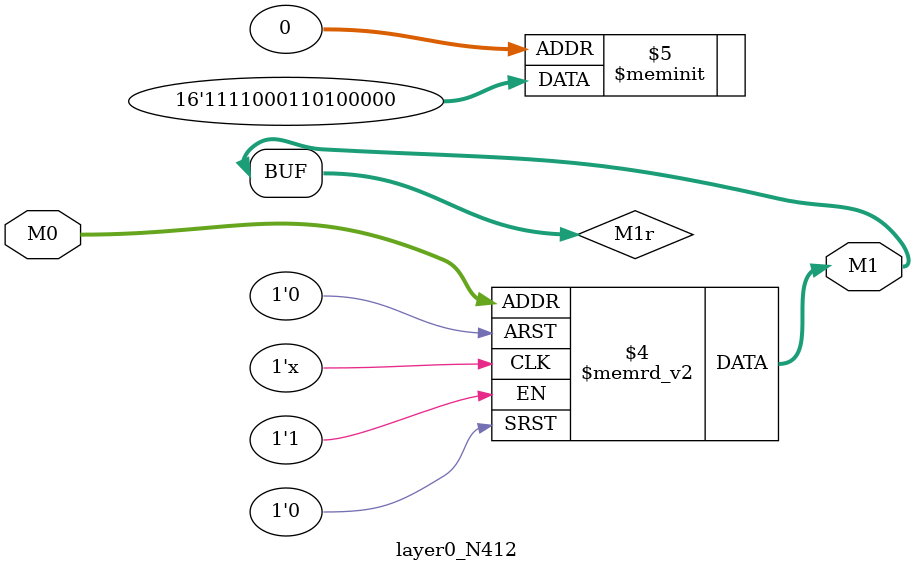
<source format=v>
module layer0_N412 ( input [2:0] M0, output [1:0] M1 );

	(*rom_style = "distributed" *) reg [1:0] M1r;
	assign M1 = M1r;
	always @ (M0) begin
		case (M0)
			3'b000: M1r = 2'b00;
			3'b100: M1r = 2'b01;
			3'b010: M1r = 2'b10;
			3'b110: M1r = 2'b11;
			3'b001: M1r = 2'b00;
			3'b101: M1r = 2'b00;
			3'b011: M1r = 2'b10;
			3'b111: M1r = 2'b11;

		endcase
	end
endmodule

</source>
